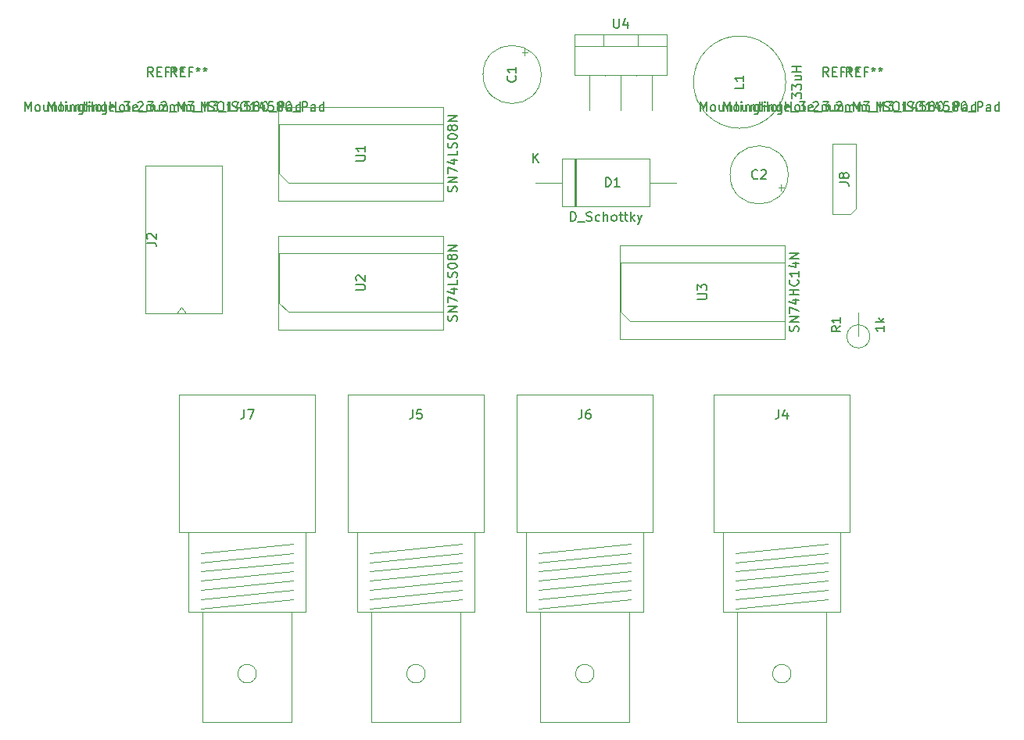
<source format=gbr>
G04 #@! TF.GenerationSoftware,KiCad,Pcbnew,5.1.7-a382d34a8~88~ubuntu20.04.1*
G04 #@! TF.CreationDate,2021-02-17T10:17:34+00:00*
G04 #@! TF.ProjectId,Lcr_addon,4c63725f-6164-4646-9f6e-2e6b69636164,rev?*
G04 #@! TF.SameCoordinates,Original*
G04 #@! TF.FileFunction,Other,Fab,Top*
%FSLAX46Y46*%
G04 Gerber Fmt 4.6, Leading zero omitted, Abs format (unit mm)*
G04 Created by KiCad (PCBNEW 5.1.7-a382d34a8~88~ubuntu20.04.1) date 2021-02-17 10:17:34*
%MOMM*%
%LPD*%
G01*
G04 APERTURE LIST*
%ADD10C,0.100000*%
%ADD11C,0.150000*%
G04 APERTURE END LIST*
D10*
X80682500Y-54243028D02*
X80052500Y-54243028D01*
X80367500Y-53928028D02*
X80367500Y-54558028D01*
X82144000Y-56622000D02*
G75*
G03*
X82144000Y-56622000I-3150000J0D01*
G01*
X39280000Y-82518000D02*
X47580000Y-82518000D01*
X47580000Y-82518000D02*
X47580000Y-66518000D01*
X47580000Y-66518000D02*
X39280000Y-66518000D01*
X39280000Y-66518000D02*
X39280000Y-82518000D01*
X43680000Y-82518000D02*
X43180000Y-81810893D01*
X43180000Y-81810893D02*
X42680000Y-82518000D01*
X85776000Y-52252000D02*
X85776000Y-56652000D01*
X85776000Y-56652000D02*
X95776000Y-56652000D01*
X95776000Y-56652000D02*
X95776000Y-52252000D01*
X95776000Y-52252000D02*
X85776000Y-52252000D01*
X85776000Y-53522000D02*
X95776000Y-53522000D01*
X88926000Y-52252000D02*
X88926000Y-53522000D01*
X92626000Y-52252000D02*
X92626000Y-53522000D01*
X87376000Y-56652000D02*
X87376000Y-60452000D01*
X89076000Y-56652000D02*
X89076000Y-56752000D01*
X90776000Y-56652000D02*
X90776000Y-60452000D01*
X92476000Y-56652000D02*
X92476000Y-56752000D01*
X94176000Y-56652000D02*
X94176000Y-60452000D01*
X108900000Y-67500000D02*
G75*
G03*
X108900000Y-67500000I-3150000J0D01*
G01*
X108443972Y-68873500D02*
X107813972Y-68873500D01*
X108128972Y-69188500D02*
X108128972Y-68558500D01*
X84404000Y-65726000D02*
X84404000Y-70926000D01*
X84404000Y-70926000D02*
X93904000Y-70926000D01*
X93904000Y-70926000D02*
X93904000Y-65726000D01*
X93904000Y-65726000D02*
X84404000Y-65726000D01*
X81534000Y-68326000D02*
X84404000Y-68326000D01*
X96774000Y-68326000D02*
X93904000Y-68326000D01*
X85829000Y-65726000D02*
X85829000Y-70926000D01*
X85929000Y-65726000D02*
X85929000Y-70926000D01*
X85729000Y-65726000D02*
X85729000Y-70926000D01*
X113204000Y-107472000D02*
X103204000Y-108472000D01*
X115554000Y-106172000D02*
X115554000Y-91272000D01*
X100854000Y-106172000D02*
X115554000Y-106172000D01*
X100854000Y-91272000D02*
X100854000Y-106172000D01*
X115554000Y-91272000D02*
X100854000Y-91272000D01*
X114554000Y-114872000D02*
X114554000Y-106172000D01*
X101854000Y-114872000D02*
X114554000Y-114872000D01*
X101854000Y-106172000D02*
X101854000Y-114872000D01*
X113004000Y-126772000D02*
X113004000Y-114872000D01*
X103404000Y-126772000D02*
X113004000Y-126772000D01*
X103404000Y-114872000D02*
X103404000Y-126772000D01*
X109204000Y-121542000D02*
G75*
G03*
X109204000Y-121542000I-1000000J0D01*
G01*
X113204000Y-108472000D02*
X103204000Y-109472000D01*
X113204000Y-109472000D02*
X103204000Y-110472000D01*
X113204000Y-110472000D02*
X103204000Y-111472000D01*
X113204000Y-111472000D02*
X103204000Y-112472000D01*
X113204000Y-112472000D02*
X103204000Y-113472000D01*
X113204000Y-113472000D02*
X103204000Y-114472000D01*
X73580000Y-107472000D02*
X63580000Y-108472000D01*
X75930000Y-106172000D02*
X75930000Y-91272000D01*
X61230000Y-106172000D02*
X75930000Y-106172000D01*
X61230000Y-91272000D02*
X61230000Y-106172000D01*
X75930000Y-91272000D02*
X61230000Y-91272000D01*
X74930000Y-114872000D02*
X74930000Y-106172000D01*
X62230000Y-114872000D02*
X74930000Y-114872000D01*
X62230000Y-106172000D02*
X62230000Y-114872000D01*
X73380000Y-126772000D02*
X73380000Y-114872000D01*
X63780000Y-126772000D02*
X73380000Y-126772000D01*
X63780000Y-114872000D02*
X63780000Y-126772000D01*
X69580000Y-121542000D02*
G75*
G03*
X69580000Y-121542000I-1000000J0D01*
G01*
X73580000Y-108472000D02*
X63580000Y-109472000D01*
X73580000Y-109472000D02*
X63580000Y-110472000D01*
X73580000Y-110472000D02*
X63580000Y-111472000D01*
X73580000Y-111472000D02*
X63580000Y-112472000D01*
X73580000Y-112472000D02*
X63580000Y-113472000D01*
X73580000Y-113472000D02*
X63580000Y-114472000D01*
X91868000Y-113472000D02*
X81868000Y-114472000D01*
X91868000Y-112472000D02*
X81868000Y-113472000D01*
X91868000Y-111472000D02*
X81868000Y-112472000D01*
X91868000Y-110472000D02*
X81868000Y-111472000D01*
X91868000Y-109472000D02*
X81868000Y-110472000D01*
X91868000Y-108472000D02*
X81868000Y-109472000D01*
X87868000Y-121542000D02*
G75*
G03*
X87868000Y-121542000I-1000000J0D01*
G01*
X82068000Y-114872000D02*
X82068000Y-126772000D01*
X82068000Y-126772000D02*
X91668000Y-126772000D01*
X91668000Y-126772000D02*
X91668000Y-114872000D01*
X80518000Y-106172000D02*
X80518000Y-114872000D01*
X80518000Y-114872000D02*
X93218000Y-114872000D01*
X93218000Y-114872000D02*
X93218000Y-106172000D01*
X94218000Y-91272000D02*
X79518000Y-91272000D01*
X79518000Y-91272000D02*
X79518000Y-106172000D01*
X79518000Y-106172000D02*
X94218000Y-106172000D01*
X94218000Y-106172000D02*
X94218000Y-91272000D01*
X91868000Y-107472000D02*
X81868000Y-108472000D01*
X55292000Y-113472000D02*
X45292000Y-114472000D01*
X55292000Y-112472000D02*
X45292000Y-113472000D01*
X55292000Y-111472000D02*
X45292000Y-112472000D01*
X55292000Y-110472000D02*
X45292000Y-111472000D01*
X55292000Y-109472000D02*
X45292000Y-110472000D01*
X55292000Y-108472000D02*
X45292000Y-109472000D01*
X51292000Y-121542000D02*
G75*
G03*
X51292000Y-121542000I-1000000J0D01*
G01*
X45492000Y-114872000D02*
X45492000Y-126772000D01*
X45492000Y-126772000D02*
X55092000Y-126772000D01*
X55092000Y-126772000D02*
X55092000Y-114872000D01*
X43942000Y-106172000D02*
X43942000Y-114872000D01*
X43942000Y-114872000D02*
X56642000Y-114872000D01*
X56642000Y-114872000D02*
X56642000Y-106172000D01*
X57642000Y-91272000D02*
X42942000Y-91272000D01*
X42942000Y-91272000D02*
X42942000Y-106172000D01*
X42942000Y-106172000D02*
X57642000Y-106172000D01*
X57642000Y-106172000D02*
X57642000Y-91272000D01*
X55292000Y-107472000D02*
X45292000Y-108472000D01*
X108632000Y-57444000D02*
G75*
G03*
X108632000Y-57444000I-5000000J0D01*
G01*
X115635000Y-71770000D02*
X113730000Y-71770000D01*
X113730000Y-71770000D02*
X113730000Y-64150000D01*
X113730000Y-64150000D02*
X116270000Y-64150000D01*
X116270000Y-64150000D02*
X116270000Y-71135000D01*
X116270000Y-71135000D02*
X115635000Y-71770000D01*
X117750000Y-85000000D02*
G75*
G03*
X117750000Y-85000000I-1250000J0D01*
G01*
X116500000Y-85000000D02*
X116500000Y-82460000D01*
X53730000Y-67365000D02*
X53730000Y-62015000D01*
X53730000Y-62015000D02*
X71510000Y-62015000D01*
X71510000Y-62015000D02*
X71510000Y-68365000D01*
X71510000Y-68365000D02*
X54730000Y-68365000D01*
X54730000Y-68365000D02*
X53730000Y-67365000D01*
X53670000Y-70270000D02*
X71570000Y-70270000D01*
X71570000Y-70270000D02*
X71570000Y-60110000D01*
X71570000Y-60110000D02*
X53670000Y-60110000D01*
X53670000Y-60110000D02*
X53670000Y-70270000D01*
X53670000Y-74110000D02*
X53670000Y-84270000D01*
X71570000Y-74110000D02*
X53670000Y-74110000D01*
X71570000Y-84270000D02*
X71570000Y-74110000D01*
X53670000Y-84270000D02*
X71570000Y-84270000D01*
X54730000Y-82365000D02*
X53730000Y-81365000D01*
X71510000Y-82365000D02*
X54730000Y-82365000D01*
X71510000Y-76015000D02*
X71510000Y-82365000D01*
X53730000Y-76015000D02*
X71510000Y-76015000D01*
X53730000Y-81365000D02*
X53730000Y-76015000D01*
X90730000Y-82365000D02*
X90730000Y-77015000D01*
X90730000Y-77015000D02*
X108510000Y-77015000D01*
X108510000Y-77015000D02*
X108510000Y-83365000D01*
X108510000Y-83365000D02*
X91730000Y-83365000D01*
X91730000Y-83365000D02*
X90730000Y-82365000D01*
X90670000Y-85270000D02*
X108570000Y-85270000D01*
X108570000Y-85270000D02*
X108570000Y-75110000D01*
X108570000Y-75110000D02*
X90670000Y-75110000D01*
X90670000Y-75110000D02*
X90670000Y-85270000D01*
D11*
X79351142Y-56788666D02*
X79398761Y-56836285D01*
X79446380Y-56979142D01*
X79446380Y-57074380D01*
X79398761Y-57217238D01*
X79303523Y-57312476D01*
X79208285Y-57360095D01*
X79017809Y-57407714D01*
X78874952Y-57407714D01*
X78684476Y-57360095D01*
X78589238Y-57312476D01*
X78494000Y-57217238D01*
X78446380Y-57074380D01*
X78446380Y-56979142D01*
X78494000Y-56836285D01*
X78541619Y-56788666D01*
X79446380Y-55836285D02*
X79446380Y-56407714D01*
X79446380Y-56122000D02*
X78446380Y-56122000D01*
X78589238Y-56217238D01*
X78684476Y-56312476D01*
X78732095Y-56407714D01*
X39432380Y-74851333D02*
X40146666Y-74851333D01*
X40289523Y-74898952D01*
X40384761Y-74994190D01*
X40432380Y-75137047D01*
X40432380Y-75232285D01*
X39527619Y-74422761D02*
X39480000Y-74375142D01*
X39432380Y-74279904D01*
X39432380Y-74041809D01*
X39480000Y-73946571D01*
X39527619Y-73898952D01*
X39622857Y-73851333D01*
X39718095Y-73851333D01*
X39860952Y-73898952D01*
X40432380Y-74470380D01*
X40432380Y-73851333D01*
X101935238Y-60590380D02*
X101935238Y-59590380D01*
X102268571Y-60304666D01*
X102601904Y-59590380D01*
X102601904Y-60590380D01*
X103220952Y-60590380D02*
X103125714Y-60542761D01*
X103078095Y-60495142D01*
X103030476Y-60399904D01*
X103030476Y-60114190D01*
X103078095Y-60018952D01*
X103125714Y-59971333D01*
X103220952Y-59923714D01*
X103363809Y-59923714D01*
X103459047Y-59971333D01*
X103506666Y-60018952D01*
X103554285Y-60114190D01*
X103554285Y-60399904D01*
X103506666Y-60495142D01*
X103459047Y-60542761D01*
X103363809Y-60590380D01*
X103220952Y-60590380D01*
X104411428Y-59923714D02*
X104411428Y-60590380D01*
X103982857Y-59923714D02*
X103982857Y-60447523D01*
X104030476Y-60542761D01*
X104125714Y-60590380D01*
X104268571Y-60590380D01*
X104363809Y-60542761D01*
X104411428Y-60495142D01*
X104887619Y-59923714D02*
X104887619Y-60590380D01*
X104887619Y-60018952D02*
X104935238Y-59971333D01*
X105030476Y-59923714D01*
X105173333Y-59923714D01*
X105268571Y-59971333D01*
X105316190Y-60066571D01*
X105316190Y-60590380D01*
X105649523Y-59923714D02*
X106030476Y-59923714D01*
X105792380Y-59590380D02*
X105792380Y-60447523D01*
X105840000Y-60542761D01*
X105935238Y-60590380D01*
X106030476Y-60590380D01*
X106363809Y-60590380D02*
X106363809Y-59923714D01*
X106363809Y-59590380D02*
X106316190Y-59638000D01*
X106363809Y-59685619D01*
X106411428Y-59638000D01*
X106363809Y-59590380D01*
X106363809Y-59685619D01*
X106839999Y-59923714D02*
X106839999Y-60590380D01*
X106839999Y-60018952D02*
X106887619Y-59971333D01*
X106982857Y-59923714D01*
X107125714Y-59923714D01*
X107220952Y-59971333D01*
X107268571Y-60066571D01*
X107268571Y-60590380D01*
X108173333Y-59923714D02*
X108173333Y-60733238D01*
X108125714Y-60828476D01*
X108078095Y-60876095D01*
X107982857Y-60923714D01*
X107839999Y-60923714D01*
X107744761Y-60876095D01*
X108173333Y-60542761D02*
X108078095Y-60590380D01*
X107887619Y-60590380D01*
X107792380Y-60542761D01*
X107744761Y-60495142D01*
X107697142Y-60399904D01*
X107697142Y-60114190D01*
X107744761Y-60018952D01*
X107792380Y-59971333D01*
X107887619Y-59923714D01*
X108078095Y-59923714D01*
X108173333Y-59971333D01*
X108649523Y-60590380D02*
X108649523Y-59590380D01*
X108649523Y-60066571D02*
X109220952Y-60066571D01*
X109220952Y-60590380D02*
X109220952Y-59590380D01*
X109839999Y-60590380D02*
X109744761Y-60542761D01*
X109697142Y-60495142D01*
X109649523Y-60399904D01*
X109649523Y-60114190D01*
X109697142Y-60018952D01*
X109744761Y-59971333D01*
X109839999Y-59923714D01*
X109982857Y-59923714D01*
X110078095Y-59971333D01*
X110125714Y-60018952D01*
X110173333Y-60114190D01*
X110173333Y-60399904D01*
X110125714Y-60495142D01*
X110078095Y-60542761D01*
X109982857Y-60590380D01*
X109839999Y-60590380D01*
X110744761Y-60590380D02*
X110649523Y-60542761D01*
X110601904Y-60447523D01*
X110601904Y-59590380D01*
X111506666Y-60542761D02*
X111411428Y-60590380D01*
X111220952Y-60590380D01*
X111125714Y-60542761D01*
X111078095Y-60447523D01*
X111078095Y-60066571D01*
X111125714Y-59971333D01*
X111220952Y-59923714D01*
X111411428Y-59923714D01*
X111506666Y-59971333D01*
X111554285Y-60066571D01*
X111554285Y-60161809D01*
X111078095Y-60257047D01*
X111744761Y-60685619D02*
X112506666Y-60685619D01*
X112649523Y-59590380D02*
X113268571Y-59590380D01*
X112935238Y-59971333D01*
X113078095Y-59971333D01*
X113173333Y-60018952D01*
X113220952Y-60066571D01*
X113268571Y-60161809D01*
X113268571Y-60399904D01*
X113220952Y-60495142D01*
X113173333Y-60542761D01*
X113078095Y-60590380D01*
X112792380Y-60590380D01*
X112697142Y-60542761D01*
X112649523Y-60495142D01*
X113697142Y-60495142D02*
X113744761Y-60542761D01*
X113697142Y-60590380D01*
X113649523Y-60542761D01*
X113697142Y-60495142D01*
X113697142Y-60590380D01*
X114125714Y-59685619D02*
X114173333Y-59638000D01*
X114268571Y-59590380D01*
X114506666Y-59590380D01*
X114601904Y-59638000D01*
X114649523Y-59685619D01*
X114697142Y-59780857D01*
X114697142Y-59876095D01*
X114649523Y-60018952D01*
X114078095Y-60590380D01*
X114697142Y-60590380D01*
X115125714Y-60590380D02*
X115125714Y-59923714D01*
X115125714Y-60018952D02*
X115173333Y-59971333D01*
X115268571Y-59923714D01*
X115411428Y-59923714D01*
X115506666Y-59971333D01*
X115554285Y-60066571D01*
X115554285Y-60590380D01*
X115554285Y-60066571D02*
X115601904Y-59971333D01*
X115697142Y-59923714D01*
X115839999Y-59923714D01*
X115935238Y-59971333D01*
X115982857Y-60066571D01*
X115982857Y-60590380D01*
X116459047Y-60590380D02*
X116459047Y-59923714D01*
X116459047Y-60018952D02*
X116506666Y-59971333D01*
X116601904Y-59923714D01*
X116744761Y-59923714D01*
X116839999Y-59971333D01*
X116887619Y-60066571D01*
X116887619Y-60590380D01*
X116887619Y-60066571D02*
X116935238Y-59971333D01*
X117030476Y-59923714D01*
X117173333Y-59923714D01*
X117268571Y-59971333D01*
X117316190Y-60066571D01*
X117316190Y-60590380D01*
X117554285Y-60685619D02*
X118316190Y-60685619D01*
X118554285Y-60590380D02*
X118554285Y-59590380D01*
X118887619Y-60304666D01*
X119220952Y-59590380D01*
X119220952Y-60590380D01*
X119601904Y-59590380D02*
X120220952Y-59590380D01*
X119887619Y-59971333D01*
X120030476Y-59971333D01*
X120125714Y-60018952D01*
X120173333Y-60066571D01*
X120220952Y-60161809D01*
X120220952Y-60399904D01*
X120173333Y-60495142D01*
X120125714Y-60542761D01*
X120030476Y-60590380D01*
X119744761Y-60590380D01*
X119649523Y-60542761D01*
X119601904Y-60495142D01*
X120411428Y-60685619D02*
X121173333Y-60685619D01*
X121411428Y-60590380D02*
X121411428Y-59590380D01*
X121839999Y-60542761D02*
X121982857Y-60590380D01*
X122220952Y-60590380D01*
X122316190Y-60542761D01*
X122363809Y-60495142D01*
X122411428Y-60399904D01*
X122411428Y-60304666D01*
X122363809Y-60209428D01*
X122316190Y-60161809D01*
X122220952Y-60114190D01*
X122030476Y-60066571D01*
X121935238Y-60018952D01*
X121887619Y-59971333D01*
X121839999Y-59876095D01*
X121839999Y-59780857D01*
X121887619Y-59685619D01*
X121935238Y-59638000D01*
X122030476Y-59590380D01*
X122268571Y-59590380D01*
X122411428Y-59638000D01*
X123030476Y-59590380D02*
X123220952Y-59590380D01*
X123316190Y-59638000D01*
X123411428Y-59733238D01*
X123459047Y-59923714D01*
X123459047Y-60257047D01*
X123411428Y-60447523D01*
X123316190Y-60542761D01*
X123220952Y-60590380D01*
X123030476Y-60590380D01*
X122935238Y-60542761D01*
X122839999Y-60447523D01*
X122792380Y-60257047D01*
X122792380Y-59923714D01*
X122839999Y-59733238D01*
X122935238Y-59638000D01*
X123030476Y-59590380D01*
X124411428Y-60590380D02*
X123839999Y-60590380D01*
X124125714Y-60590380D02*
X124125714Y-59590380D01*
X124030476Y-59733238D01*
X123935238Y-59828476D01*
X123839999Y-59876095D01*
X125268571Y-59923714D02*
X125268571Y-60590380D01*
X125030476Y-59542761D02*
X124792380Y-60257047D01*
X125411428Y-60257047D01*
X126268571Y-59590380D02*
X125792380Y-59590380D01*
X125744761Y-60066571D01*
X125792380Y-60018952D01*
X125887619Y-59971333D01*
X126125714Y-59971333D01*
X126220952Y-60018952D01*
X126268571Y-60066571D01*
X126316190Y-60161809D01*
X126316190Y-60399904D01*
X126268571Y-60495142D01*
X126220952Y-60542761D01*
X126125714Y-60590380D01*
X125887619Y-60590380D01*
X125792380Y-60542761D01*
X125744761Y-60495142D01*
X126887619Y-60018952D02*
X126792380Y-59971333D01*
X126744761Y-59923714D01*
X126697142Y-59828476D01*
X126697142Y-59780857D01*
X126744761Y-59685619D01*
X126792380Y-59638000D01*
X126887619Y-59590380D01*
X127078095Y-59590380D01*
X127173333Y-59638000D01*
X127220952Y-59685619D01*
X127268571Y-59780857D01*
X127268571Y-59828476D01*
X127220952Y-59923714D01*
X127173333Y-59971333D01*
X127078095Y-60018952D01*
X126887619Y-60018952D01*
X126792380Y-60066571D01*
X126744761Y-60114190D01*
X126697142Y-60209428D01*
X126697142Y-60399904D01*
X126744761Y-60495142D01*
X126792380Y-60542761D01*
X126887619Y-60590380D01*
X127078095Y-60590380D01*
X127173333Y-60542761D01*
X127220952Y-60495142D01*
X127268571Y-60399904D01*
X127268571Y-60209428D01*
X127220952Y-60114190D01*
X127173333Y-60066571D01*
X127078095Y-60018952D01*
X127887619Y-59590380D02*
X127982857Y-59590380D01*
X128078095Y-59638000D01*
X128125714Y-59685619D01*
X128173333Y-59780857D01*
X128220952Y-59971333D01*
X128220952Y-60209428D01*
X128173333Y-60399904D01*
X128125714Y-60495142D01*
X128078095Y-60542761D01*
X127982857Y-60590380D01*
X127887619Y-60590380D01*
X127792380Y-60542761D01*
X127744761Y-60495142D01*
X127697142Y-60399904D01*
X127649523Y-60209428D01*
X127649523Y-59971333D01*
X127697142Y-59780857D01*
X127744761Y-59685619D01*
X127792380Y-59638000D01*
X127887619Y-59590380D01*
X128411428Y-60685619D02*
X129173333Y-60685619D01*
X129411428Y-60590380D02*
X129411428Y-59590380D01*
X129792380Y-59590380D01*
X129887619Y-59638000D01*
X129935238Y-59685619D01*
X129982857Y-59780857D01*
X129982857Y-59923714D01*
X129935238Y-60018952D01*
X129887619Y-60066571D01*
X129792380Y-60114190D01*
X129411428Y-60114190D01*
X130839999Y-60590380D02*
X130839999Y-60066571D01*
X130792380Y-59971333D01*
X130697142Y-59923714D01*
X130506666Y-59923714D01*
X130411428Y-59971333D01*
X130839999Y-60542761D02*
X130744761Y-60590380D01*
X130506666Y-60590380D01*
X130411428Y-60542761D01*
X130363809Y-60447523D01*
X130363809Y-60352285D01*
X130411428Y-60257047D01*
X130506666Y-60209428D01*
X130744761Y-60209428D01*
X130839999Y-60161809D01*
X131744761Y-60590380D02*
X131744761Y-59590380D01*
X131744761Y-60542761D02*
X131649523Y-60590380D01*
X131459047Y-60590380D01*
X131363809Y-60542761D01*
X131316190Y-60495142D01*
X131268571Y-60399904D01*
X131268571Y-60114190D01*
X131316190Y-60018952D01*
X131363809Y-59971333D01*
X131459047Y-59923714D01*
X131649523Y-59923714D01*
X131744761Y-59971333D01*
X115806666Y-56840380D02*
X115473333Y-56364190D01*
X115235238Y-56840380D02*
X115235238Y-55840380D01*
X115616190Y-55840380D01*
X115711428Y-55888000D01*
X115759047Y-55935619D01*
X115806666Y-56030857D01*
X115806666Y-56173714D01*
X115759047Y-56268952D01*
X115711428Y-56316571D01*
X115616190Y-56364190D01*
X115235238Y-56364190D01*
X116235238Y-56316571D02*
X116568571Y-56316571D01*
X116711428Y-56840380D02*
X116235238Y-56840380D01*
X116235238Y-55840380D01*
X116711428Y-55840380D01*
X117473333Y-56316571D02*
X117140000Y-56316571D01*
X117140000Y-56840380D02*
X117140000Y-55840380D01*
X117616190Y-55840380D01*
X118140000Y-55840380D02*
X118140000Y-56078476D01*
X117901904Y-55983238D02*
X118140000Y-56078476D01*
X118378095Y-55983238D01*
X117997142Y-56268952D02*
X118140000Y-56078476D01*
X118282857Y-56268952D01*
X118901904Y-55840380D02*
X118901904Y-56078476D01*
X118663809Y-55983238D02*
X118901904Y-56078476D01*
X119140000Y-55983238D01*
X118759047Y-56268952D02*
X118901904Y-56078476D01*
X119044761Y-56268952D01*
X99395238Y-60590380D02*
X99395238Y-59590380D01*
X99728571Y-60304666D01*
X100061904Y-59590380D01*
X100061904Y-60590380D01*
X100680952Y-60590380D02*
X100585714Y-60542761D01*
X100538095Y-60495142D01*
X100490476Y-60399904D01*
X100490476Y-60114190D01*
X100538095Y-60018952D01*
X100585714Y-59971333D01*
X100680952Y-59923714D01*
X100823809Y-59923714D01*
X100919047Y-59971333D01*
X100966666Y-60018952D01*
X101014285Y-60114190D01*
X101014285Y-60399904D01*
X100966666Y-60495142D01*
X100919047Y-60542761D01*
X100823809Y-60590380D01*
X100680952Y-60590380D01*
X101871428Y-59923714D02*
X101871428Y-60590380D01*
X101442857Y-59923714D02*
X101442857Y-60447523D01*
X101490476Y-60542761D01*
X101585714Y-60590380D01*
X101728571Y-60590380D01*
X101823809Y-60542761D01*
X101871428Y-60495142D01*
X102347619Y-59923714D02*
X102347619Y-60590380D01*
X102347619Y-60018952D02*
X102395238Y-59971333D01*
X102490476Y-59923714D01*
X102633333Y-59923714D01*
X102728571Y-59971333D01*
X102776190Y-60066571D01*
X102776190Y-60590380D01*
X103109523Y-59923714D02*
X103490476Y-59923714D01*
X103252380Y-59590380D02*
X103252380Y-60447523D01*
X103300000Y-60542761D01*
X103395238Y-60590380D01*
X103490476Y-60590380D01*
X103823809Y-60590380D02*
X103823809Y-59923714D01*
X103823809Y-59590380D02*
X103776190Y-59638000D01*
X103823809Y-59685619D01*
X103871428Y-59638000D01*
X103823809Y-59590380D01*
X103823809Y-59685619D01*
X104299999Y-59923714D02*
X104299999Y-60590380D01*
X104299999Y-60018952D02*
X104347619Y-59971333D01*
X104442857Y-59923714D01*
X104585714Y-59923714D01*
X104680952Y-59971333D01*
X104728571Y-60066571D01*
X104728571Y-60590380D01*
X105633333Y-59923714D02*
X105633333Y-60733238D01*
X105585714Y-60828476D01*
X105538095Y-60876095D01*
X105442857Y-60923714D01*
X105299999Y-60923714D01*
X105204761Y-60876095D01*
X105633333Y-60542761D02*
X105538095Y-60590380D01*
X105347619Y-60590380D01*
X105252380Y-60542761D01*
X105204761Y-60495142D01*
X105157142Y-60399904D01*
X105157142Y-60114190D01*
X105204761Y-60018952D01*
X105252380Y-59971333D01*
X105347619Y-59923714D01*
X105538095Y-59923714D01*
X105633333Y-59971333D01*
X106109523Y-60590380D02*
X106109523Y-59590380D01*
X106109523Y-60066571D02*
X106680952Y-60066571D01*
X106680952Y-60590380D02*
X106680952Y-59590380D01*
X107299999Y-60590380D02*
X107204761Y-60542761D01*
X107157142Y-60495142D01*
X107109523Y-60399904D01*
X107109523Y-60114190D01*
X107157142Y-60018952D01*
X107204761Y-59971333D01*
X107299999Y-59923714D01*
X107442857Y-59923714D01*
X107538095Y-59971333D01*
X107585714Y-60018952D01*
X107633333Y-60114190D01*
X107633333Y-60399904D01*
X107585714Y-60495142D01*
X107538095Y-60542761D01*
X107442857Y-60590380D01*
X107299999Y-60590380D01*
X108204761Y-60590380D02*
X108109523Y-60542761D01*
X108061904Y-60447523D01*
X108061904Y-59590380D01*
X108966666Y-60542761D02*
X108871428Y-60590380D01*
X108680952Y-60590380D01*
X108585714Y-60542761D01*
X108538095Y-60447523D01*
X108538095Y-60066571D01*
X108585714Y-59971333D01*
X108680952Y-59923714D01*
X108871428Y-59923714D01*
X108966666Y-59971333D01*
X109014285Y-60066571D01*
X109014285Y-60161809D01*
X108538095Y-60257047D01*
X109204761Y-60685619D02*
X109966666Y-60685619D01*
X110109523Y-59590380D02*
X110728571Y-59590380D01*
X110395238Y-59971333D01*
X110538095Y-59971333D01*
X110633333Y-60018952D01*
X110680952Y-60066571D01*
X110728571Y-60161809D01*
X110728571Y-60399904D01*
X110680952Y-60495142D01*
X110633333Y-60542761D01*
X110538095Y-60590380D01*
X110252380Y-60590380D01*
X110157142Y-60542761D01*
X110109523Y-60495142D01*
X111157142Y-60495142D02*
X111204761Y-60542761D01*
X111157142Y-60590380D01*
X111109523Y-60542761D01*
X111157142Y-60495142D01*
X111157142Y-60590380D01*
X111585714Y-59685619D02*
X111633333Y-59638000D01*
X111728571Y-59590380D01*
X111966666Y-59590380D01*
X112061904Y-59638000D01*
X112109523Y-59685619D01*
X112157142Y-59780857D01*
X112157142Y-59876095D01*
X112109523Y-60018952D01*
X111538095Y-60590380D01*
X112157142Y-60590380D01*
X112585714Y-60590380D02*
X112585714Y-59923714D01*
X112585714Y-60018952D02*
X112633333Y-59971333D01*
X112728571Y-59923714D01*
X112871428Y-59923714D01*
X112966666Y-59971333D01*
X113014285Y-60066571D01*
X113014285Y-60590380D01*
X113014285Y-60066571D02*
X113061904Y-59971333D01*
X113157142Y-59923714D01*
X113299999Y-59923714D01*
X113395238Y-59971333D01*
X113442857Y-60066571D01*
X113442857Y-60590380D01*
X113919047Y-60590380D02*
X113919047Y-59923714D01*
X113919047Y-60018952D02*
X113966666Y-59971333D01*
X114061904Y-59923714D01*
X114204761Y-59923714D01*
X114299999Y-59971333D01*
X114347619Y-60066571D01*
X114347619Y-60590380D01*
X114347619Y-60066571D02*
X114395238Y-59971333D01*
X114490476Y-59923714D01*
X114633333Y-59923714D01*
X114728571Y-59971333D01*
X114776190Y-60066571D01*
X114776190Y-60590380D01*
X115014285Y-60685619D02*
X115776190Y-60685619D01*
X116014285Y-60590380D02*
X116014285Y-59590380D01*
X116347619Y-60304666D01*
X116680952Y-59590380D01*
X116680952Y-60590380D01*
X117061904Y-59590380D02*
X117680952Y-59590380D01*
X117347619Y-59971333D01*
X117490476Y-59971333D01*
X117585714Y-60018952D01*
X117633333Y-60066571D01*
X117680952Y-60161809D01*
X117680952Y-60399904D01*
X117633333Y-60495142D01*
X117585714Y-60542761D01*
X117490476Y-60590380D01*
X117204761Y-60590380D01*
X117109523Y-60542761D01*
X117061904Y-60495142D01*
X117871428Y-60685619D02*
X118633333Y-60685619D01*
X118871428Y-60590380D02*
X118871428Y-59590380D01*
X119299999Y-60542761D02*
X119442857Y-60590380D01*
X119680952Y-60590380D01*
X119776190Y-60542761D01*
X119823809Y-60495142D01*
X119871428Y-60399904D01*
X119871428Y-60304666D01*
X119823809Y-60209428D01*
X119776190Y-60161809D01*
X119680952Y-60114190D01*
X119490476Y-60066571D01*
X119395238Y-60018952D01*
X119347619Y-59971333D01*
X119299999Y-59876095D01*
X119299999Y-59780857D01*
X119347619Y-59685619D01*
X119395238Y-59638000D01*
X119490476Y-59590380D01*
X119728571Y-59590380D01*
X119871428Y-59638000D01*
X120490476Y-59590380D02*
X120680952Y-59590380D01*
X120776190Y-59638000D01*
X120871428Y-59733238D01*
X120919047Y-59923714D01*
X120919047Y-60257047D01*
X120871428Y-60447523D01*
X120776190Y-60542761D01*
X120680952Y-60590380D01*
X120490476Y-60590380D01*
X120395238Y-60542761D01*
X120299999Y-60447523D01*
X120252380Y-60257047D01*
X120252380Y-59923714D01*
X120299999Y-59733238D01*
X120395238Y-59638000D01*
X120490476Y-59590380D01*
X121871428Y-60590380D02*
X121299999Y-60590380D01*
X121585714Y-60590380D02*
X121585714Y-59590380D01*
X121490476Y-59733238D01*
X121395238Y-59828476D01*
X121299999Y-59876095D01*
X122728571Y-59923714D02*
X122728571Y-60590380D01*
X122490476Y-59542761D02*
X122252380Y-60257047D01*
X122871428Y-60257047D01*
X123728571Y-59590380D02*
X123252380Y-59590380D01*
X123204761Y-60066571D01*
X123252380Y-60018952D01*
X123347619Y-59971333D01*
X123585714Y-59971333D01*
X123680952Y-60018952D01*
X123728571Y-60066571D01*
X123776190Y-60161809D01*
X123776190Y-60399904D01*
X123728571Y-60495142D01*
X123680952Y-60542761D01*
X123585714Y-60590380D01*
X123347619Y-60590380D01*
X123252380Y-60542761D01*
X123204761Y-60495142D01*
X124347619Y-60018952D02*
X124252380Y-59971333D01*
X124204761Y-59923714D01*
X124157142Y-59828476D01*
X124157142Y-59780857D01*
X124204761Y-59685619D01*
X124252380Y-59638000D01*
X124347619Y-59590380D01*
X124538095Y-59590380D01*
X124633333Y-59638000D01*
X124680952Y-59685619D01*
X124728571Y-59780857D01*
X124728571Y-59828476D01*
X124680952Y-59923714D01*
X124633333Y-59971333D01*
X124538095Y-60018952D01*
X124347619Y-60018952D01*
X124252380Y-60066571D01*
X124204761Y-60114190D01*
X124157142Y-60209428D01*
X124157142Y-60399904D01*
X124204761Y-60495142D01*
X124252380Y-60542761D01*
X124347619Y-60590380D01*
X124538095Y-60590380D01*
X124633333Y-60542761D01*
X124680952Y-60495142D01*
X124728571Y-60399904D01*
X124728571Y-60209428D01*
X124680952Y-60114190D01*
X124633333Y-60066571D01*
X124538095Y-60018952D01*
X125347619Y-59590380D02*
X125442857Y-59590380D01*
X125538095Y-59638000D01*
X125585714Y-59685619D01*
X125633333Y-59780857D01*
X125680952Y-59971333D01*
X125680952Y-60209428D01*
X125633333Y-60399904D01*
X125585714Y-60495142D01*
X125538095Y-60542761D01*
X125442857Y-60590380D01*
X125347619Y-60590380D01*
X125252380Y-60542761D01*
X125204761Y-60495142D01*
X125157142Y-60399904D01*
X125109523Y-60209428D01*
X125109523Y-59971333D01*
X125157142Y-59780857D01*
X125204761Y-59685619D01*
X125252380Y-59638000D01*
X125347619Y-59590380D01*
X125871428Y-60685619D02*
X126633333Y-60685619D01*
X126871428Y-60590380D02*
X126871428Y-59590380D01*
X127252380Y-59590380D01*
X127347619Y-59638000D01*
X127395238Y-59685619D01*
X127442857Y-59780857D01*
X127442857Y-59923714D01*
X127395238Y-60018952D01*
X127347619Y-60066571D01*
X127252380Y-60114190D01*
X126871428Y-60114190D01*
X128299999Y-60590380D02*
X128299999Y-60066571D01*
X128252380Y-59971333D01*
X128157142Y-59923714D01*
X127966666Y-59923714D01*
X127871428Y-59971333D01*
X128299999Y-60542761D02*
X128204761Y-60590380D01*
X127966666Y-60590380D01*
X127871428Y-60542761D01*
X127823809Y-60447523D01*
X127823809Y-60352285D01*
X127871428Y-60257047D01*
X127966666Y-60209428D01*
X128204761Y-60209428D01*
X128299999Y-60161809D01*
X129204761Y-60590380D02*
X129204761Y-59590380D01*
X129204761Y-60542761D02*
X129109523Y-60590380D01*
X128919047Y-60590380D01*
X128823809Y-60542761D01*
X128776190Y-60495142D01*
X128728571Y-60399904D01*
X128728571Y-60114190D01*
X128776190Y-60018952D01*
X128823809Y-59971333D01*
X128919047Y-59923714D01*
X129109523Y-59923714D01*
X129204761Y-59971333D01*
X113266666Y-56840380D02*
X112933333Y-56364190D01*
X112695238Y-56840380D02*
X112695238Y-55840380D01*
X113076190Y-55840380D01*
X113171428Y-55888000D01*
X113219047Y-55935619D01*
X113266666Y-56030857D01*
X113266666Y-56173714D01*
X113219047Y-56268952D01*
X113171428Y-56316571D01*
X113076190Y-56364190D01*
X112695238Y-56364190D01*
X113695238Y-56316571D02*
X114028571Y-56316571D01*
X114171428Y-56840380D02*
X113695238Y-56840380D01*
X113695238Y-55840380D01*
X114171428Y-55840380D01*
X114933333Y-56316571D02*
X114600000Y-56316571D01*
X114600000Y-56840380D02*
X114600000Y-55840380D01*
X115076190Y-55840380D01*
X115600000Y-55840380D02*
X115600000Y-56078476D01*
X115361904Y-55983238D02*
X115600000Y-56078476D01*
X115838095Y-55983238D01*
X115457142Y-56268952D02*
X115600000Y-56078476D01*
X115742857Y-56268952D01*
X116361904Y-55840380D02*
X116361904Y-56078476D01*
X116123809Y-55983238D02*
X116361904Y-56078476D01*
X116600000Y-55983238D01*
X116219047Y-56268952D02*
X116361904Y-56078476D01*
X116504761Y-56268952D01*
X28783238Y-60590380D02*
X28783238Y-59590380D01*
X29116571Y-60304666D01*
X29449904Y-59590380D01*
X29449904Y-60590380D01*
X30068952Y-60590380D02*
X29973714Y-60542761D01*
X29926095Y-60495142D01*
X29878476Y-60399904D01*
X29878476Y-60114190D01*
X29926095Y-60018952D01*
X29973714Y-59971333D01*
X30068952Y-59923714D01*
X30211809Y-59923714D01*
X30307047Y-59971333D01*
X30354666Y-60018952D01*
X30402285Y-60114190D01*
X30402285Y-60399904D01*
X30354666Y-60495142D01*
X30307047Y-60542761D01*
X30211809Y-60590380D01*
X30068952Y-60590380D01*
X31259428Y-59923714D02*
X31259428Y-60590380D01*
X30830857Y-59923714D02*
X30830857Y-60447523D01*
X30878476Y-60542761D01*
X30973714Y-60590380D01*
X31116571Y-60590380D01*
X31211809Y-60542761D01*
X31259428Y-60495142D01*
X31735619Y-59923714D02*
X31735619Y-60590380D01*
X31735619Y-60018952D02*
X31783238Y-59971333D01*
X31878476Y-59923714D01*
X32021333Y-59923714D01*
X32116571Y-59971333D01*
X32164190Y-60066571D01*
X32164190Y-60590380D01*
X32497523Y-59923714D02*
X32878476Y-59923714D01*
X32640380Y-59590380D02*
X32640380Y-60447523D01*
X32688000Y-60542761D01*
X32783238Y-60590380D01*
X32878476Y-60590380D01*
X33211809Y-60590380D02*
X33211809Y-59923714D01*
X33211809Y-59590380D02*
X33164190Y-59638000D01*
X33211809Y-59685619D01*
X33259428Y-59638000D01*
X33211809Y-59590380D01*
X33211809Y-59685619D01*
X33688000Y-59923714D02*
X33688000Y-60590380D01*
X33688000Y-60018952D02*
X33735619Y-59971333D01*
X33830857Y-59923714D01*
X33973714Y-59923714D01*
X34068952Y-59971333D01*
X34116571Y-60066571D01*
X34116571Y-60590380D01*
X35021333Y-59923714D02*
X35021333Y-60733238D01*
X34973714Y-60828476D01*
X34926095Y-60876095D01*
X34830857Y-60923714D01*
X34688000Y-60923714D01*
X34592761Y-60876095D01*
X35021333Y-60542761D02*
X34926095Y-60590380D01*
X34735619Y-60590380D01*
X34640380Y-60542761D01*
X34592761Y-60495142D01*
X34545142Y-60399904D01*
X34545142Y-60114190D01*
X34592761Y-60018952D01*
X34640380Y-59971333D01*
X34735619Y-59923714D01*
X34926095Y-59923714D01*
X35021333Y-59971333D01*
X35497523Y-60590380D02*
X35497523Y-59590380D01*
X35497523Y-60066571D02*
X36068952Y-60066571D01*
X36068952Y-60590380D02*
X36068952Y-59590380D01*
X36688000Y-60590380D02*
X36592761Y-60542761D01*
X36545142Y-60495142D01*
X36497523Y-60399904D01*
X36497523Y-60114190D01*
X36545142Y-60018952D01*
X36592761Y-59971333D01*
X36688000Y-59923714D01*
X36830857Y-59923714D01*
X36926095Y-59971333D01*
X36973714Y-60018952D01*
X37021333Y-60114190D01*
X37021333Y-60399904D01*
X36973714Y-60495142D01*
X36926095Y-60542761D01*
X36830857Y-60590380D01*
X36688000Y-60590380D01*
X37592761Y-60590380D02*
X37497523Y-60542761D01*
X37449904Y-60447523D01*
X37449904Y-59590380D01*
X38354666Y-60542761D02*
X38259428Y-60590380D01*
X38068952Y-60590380D01*
X37973714Y-60542761D01*
X37926095Y-60447523D01*
X37926095Y-60066571D01*
X37973714Y-59971333D01*
X38068952Y-59923714D01*
X38259428Y-59923714D01*
X38354666Y-59971333D01*
X38402285Y-60066571D01*
X38402285Y-60161809D01*
X37926095Y-60257047D01*
X38592761Y-60685619D02*
X39354666Y-60685619D01*
X39497523Y-59590380D02*
X40116571Y-59590380D01*
X39783238Y-59971333D01*
X39926095Y-59971333D01*
X40021333Y-60018952D01*
X40068952Y-60066571D01*
X40116571Y-60161809D01*
X40116571Y-60399904D01*
X40068952Y-60495142D01*
X40021333Y-60542761D01*
X39926095Y-60590380D01*
X39640380Y-60590380D01*
X39545142Y-60542761D01*
X39497523Y-60495142D01*
X40545142Y-60495142D02*
X40592761Y-60542761D01*
X40545142Y-60590380D01*
X40497523Y-60542761D01*
X40545142Y-60495142D01*
X40545142Y-60590380D01*
X40973714Y-59685619D02*
X41021333Y-59638000D01*
X41116571Y-59590380D01*
X41354666Y-59590380D01*
X41449904Y-59638000D01*
X41497523Y-59685619D01*
X41545142Y-59780857D01*
X41545142Y-59876095D01*
X41497523Y-60018952D01*
X40926095Y-60590380D01*
X41545142Y-60590380D01*
X41973714Y-60590380D02*
X41973714Y-59923714D01*
X41973714Y-60018952D02*
X42021333Y-59971333D01*
X42116571Y-59923714D01*
X42259428Y-59923714D01*
X42354666Y-59971333D01*
X42402285Y-60066571D01*
X42402285Y-60590380D01*
X42402285Y-60066571D02*
X42449904Y-59971333D01*
X42545142Y-59923714D01*
X42687999Y-59923714D01*
X42783238Y-59971333D01*
X42830857Y-60066571D01*
X42830857Y-60590380D01*
X43307047Y-60590380D02*
X43307047Y-59923714D01*
X43307047Y-60018952D02*
X43354666Y-59971333D01*
X43449904Y-59923714D01*
X43592761Y-59923714D01*
X43688000Y-59971333D01*
X43735619Y-60066571D01*
X43735619Y-60590380D01*
X43735619Y-60066571D02*
X43783238Y-59971333D01*
X43878476Y-59923714D01*
X44021333Y-59923714D01*
X44116571Y-59971333D01*
X44164190Y-60066571D01*
X44164190Y-60590380D01*
X44402285Y-60685619D02*
X45164190Y-60685619D01*
X45402285Y-60590380D02*
X45402285Y-59590380D01*
X45735619Y-60304666D01*
X46068952Y-59590380D01*
X46068952Y-60590380D01*
X46449904Y-59590380D02*
X47068952Y-59590380D01*
X46735619Y-59971333D01*
X46878476Y-59971333D01*
X46973714Y-60018952D01*
X47021333Y-60066571D01*
X47068952Y-60161809D01*
X47068952Y-60399904D01*
X47021333Y-60495142D01*
X46973714Y-60542761D01*
X46878476Y-60590380D01*
X46592761Y-60590380D01*
X46497523Y-60542761D01*
X46449904Y-60495142D01*
X47259428Y-60685619D02*
X48021333Y-60685619D01*
X48259428Y-60590380D02*
X48259428Y-59590380D01*
X48688000Y-60542761D02*
X48830857Y-60590380D01*
X49068952Y-60590380D01*
X49164190Y-60542761D01*
X49211809Y-60495142D01*
X49259428Y-60399904D01*
X49259428Y-60304666D01*
X49211809Y-60209428D01*
X49164190Y-60161809D01*
X49068952Y-60114190D01*
X48878476Y-60066571D01*
X48783238Y-60018952D01*
X48735619Y-59971333D01*
X48688000Y-59876095D01*
X48688000Y-59780857D01*
X48735619Y-59685619D01*
X48783238Y-59638000D01*
X48878476Y-59590380D01*
X49116571Y-59590380D01*
X49259428Y-59638000D01*
X49878476Y-59590380D02*
X50068952Y-59590380D01*
X50164190Y-59638000D01*
X50259428Y-59733238D01*
X50307047Y-59923714D01*
X50307047Y-60257047D01*
X50259428Y-60447523D01*
X50164190Y-60542761D01*
X50068952Y-60590380D01*
X49878476Y-60590380D01*
X49783238Y-60542761D01*
X49688000Y-60447523D01*
X49640380Y-60257047D01*
X49640380Y-59923714D01*
X49688000Y-59733238D01*
X49783238Y-59638000D01*
X49878476Y-59590380D01*
X51259428Y-60590380D02*
X50688000Y-60590380D01*
X50973714Y-60590380D02*
X50973714Y-59590380D01*
X50878476Y-59733238D01*
X50783238Y-59828476D01*
X50688000Y-59876095D01*
X52116571Y-59923714D02*
X52116571Y-60590380D01*
X51878476Y-59542761D02*
X51640380Y-60257047D01*
X52259428Y-60257047D01*
X53116571Y-59590380D02*
X52640380Y-59590380D01*
X52592761Y-60066571D01*
X52640380Y-60018952D01*
X52735619Y-59971333D01*
X52973714Y-59971333D01*
X53068952Y-60018952D01*
X53116571Y-60066571D01*
X53164190Y-60161809D01*
X53164190Y-60399904D01*
X53116571Y-60495142D01*
X53068952Y-60542761D01*
X52973714Y-60590380D01*
X52735619Y-60590380D01*
X52640380Y-60542761D01*
X52592761Y-60495142D01*
X53735619Y-60018952D02*
X53640380Y-59971333D01*
X53592761Y-59923714D01*
X53545142Y-59828476D01*
X53545142Y-59780857D01*
X53592761Y-59685619D01*
X53640380Y-59638000D01*
X53735619Y-59590380D01*
X53926095Y-59590380D01*
X54021333Y-59638000D01*
X54068952Y-59685619D01*
X54116571Y-59780857D01*
X54116571Y-59828476D01*
X54068952Y-59923714D01*
X54021333Y-59971333D01*
X53926095Y-60018952D01*
X53735619Y-60018952D01*
X53640380Y-60066571D01*
X53592761Y-60114190D01*
X53545142Y-60209428D01*
X53545142Y-60399904D01*
X53592761Y-60495142D01*
X53640380Y-60542761D01*
X53735619Y-60590380D01*
X53926095Y-60590380D01*
X54021333Y-60542761D01*
X54068952Y-60495142D01*
X54116571Y-60399904D01*
X54116571Y-60209428D01*
X54068952Y-60114190D01*
X54021333Y-60066571D01*
X53926095Y-60018952D01*
X54735619Y-59590380D02*
X54830857Y-59590380D01*
X54926095Y-59638000D01*
X54973714Y-59685619D01*
X55021333Y-59780857D01*
X55068952Y-59971333D01*
X55068952Y-60209428D01*
X55021333Y-60399904D01*
X54973714Y-60495142D01*
X54926095Y-60542761D01*
X54830857Y-60590380D01*
X54735619Y-60590380D01*
X54640380Y-60542761D01*
X54592761Y-60495142D01*
X54545142Y-60399904D01*
X54497523Y-60209428D01*
X54497523Y-59971333D01*
X54545142Y-59780857D01*
X54592761Y-59685619D01*
X54640380Y-59638000D01*
X54735619Y-59590380D01*
X55259428Y-60685619D02*
X56021333Y-60685619D01*
X56259428Y-60590380D02*
X56259428Y-59590380D01*
X56640380Y-59590380D01*
X56735619Y-59638000D01*
X56783238Y-59685619D01*
X56830857Y-59780857D01*
X56830857Y-59923714D01*
X56783238Y-60018952D01*
X56735619Y-60066571D01*
X56640380Y-60114190D01*
X56259428Y-60114190D01*
X57687999Y-60590380D02*
X57687999Y-60066571D01*
X57640380Y-59971333D01*
X57545142Y-59923714D01*
X57354666Y-59923714D01*
X57259428Y-59971333D01*
X57687999Y-60542761D02*
X57592761Y-60590380D01*
X57354666Y-60590380D01*
X57259428Y-60542761D01*
X57211809Y-60447523D01*
X57211809Y-60352285D01*
X57259428Y-60257047D01*
X57354666Y-60209428D01*
X57592761Y-60209428D01*
X57687999Y-60161809D01*
X58592761Y-60590380D02*
X58592761Y-59590380D01*
X58592761Y-60542761D02*
X58497523Y-60590380D01*
X58307047Y-60590380D01*
X58211809Y-60542761D01*
X58164190Y-60495142D01*
X58116571Y-60399904D01*
X58116571Y-60114190D01*
X58164190Y-60018952D01*
X58211809Y-59971333D01*
X58307047Y-59923714D01*
X58497523Y-59923714D01*
X58592761Y-59971333D01*
X42654666Y-56840380D02*
X42321333Y-56364190D01*
X42083238Y-56840380D02*
X42083238Y-55840380D01*
X42464190Y-55840380D01*
X42559428Y-55888000D01*
X42607047Y-55935619D01*
X42654666Y-56030857D01*
X42654666Y-56173714D01*
X42607047Y-56268952D01*
X42559428Y-56316571D01*
X42464190Y-56364190D01*
X42083238Y-56364190D01*
X43083238Y-56316571D02*
X43416571Y-56316571D01*
X43559428Y-56840380D02*
X43083238Y-56840380D01*
X43083238Y-55840380D01*
X43559428Y-55840380D01*
X44321333Y-56316571D02*
X43988000Y-56316571D01*
X43988000Y-56840380D02*
X43988000Y-55840380D01*
X44464190Y-55840380D01*
X44988000Y-55840380D02*
X44988000Y-56078476D01*
X44749904Y-55983238D02*
X44988000Y-56078476D01*
X45226095Y-55983238D01*
X44845142Y-56268952D02*
X44988000Y-56078476D01*
X45130857Y-56268952D01*
X45749904Y-55840380D02*
X45749904Y-56078476D01*
X45511809Y-55983238D02*
X45749904Y-56078476D01*
X45988000Y-55983238D01*
X45607047Y-56268952D02*
X45749904Y-56078476D01*
X45892761Y-56268952D01*
X90014095Y-50584380D02*
X90014095Y-51393904D01*
X90061714Y-51489142D01*
X90109333Y-51536761D01*
X90204571Y-51584380D01*
X90395047Y-51584380D01*
X90490285Y-51536761D01*
X90537904Y-51489142D01*
X90585523Y-51393904D01*
X90585523Y-50584380D01*
X91490285Y-50917714D02*
X91490285Y-51584380D01*
X91252190Y-50536761D02*
X91014095Y-51251047D01*
X91633142Y-51251047D01*
X105583333Y-67857142D02*
X105535714Y-67904761D01*
X105392857Y-67952380D01*
X105297619Y-67952380D01*
X105154761Y-67904761D01*
X105059523Y-67809523D01*
X105011904Y-67714285D01*
X104964285Y-67523809D01*
X104964285Y-67380952D01*
X105011904Y-67190476D01*
X105059523Y-67095238D01*
X105154761Y-67000000D01*
X105297619Y-66952380D01*
X105392857Y-66952380D01*
X105535714Y-67000000D01*
X105583333Y-67047619D01*
X105964285Y-67047619D02*
X106011904Y-67000000D01*
X106107142Y-66952380D01*
X106345238Y-66952380D01*
X106440476Y-67000000D01*
X106488095Y-67047619D01*
X106535714Y-67142857D01*
X106535714Y-67238095D01*
X106488095Y-67380952D01*
X105916666Y-67952380D01*
X106535714Y-67952380D01*
X85344476Y-72498380D02*
X85344476Y-71498380D01*
X85582571Y-71498380D01*
X85725428Y-71546000D01*
X85820666Y-71641238D01*
X85868285Y-71736476D01*
X85915904Y-71926952D01*
X85915904Y-72069809D01*
X85868285Y-72260285D01*
X85820666Y-72355523D01*
X85725428Y-72450761D01*
X85582571Y-72498380D01*
X85344476Y-72498380D01*
X86106380Y-72593619D02*
X86868285Y-72593619D01*
X87058761Y-72450761D02*
X87201619Y-72498380D01*
X87439714Y-72498380D01*
X87534952Y-72450761D01*
X87582571Y-72403142D01*
X87630190Y-72307904D01*
X87630190Y-72212666D01*
X87582571Y-72117428D01*
X87534952Y-72069809D01*
X87439714Y-72022190D01*
X87249238Y-71974571D01*
X87154000Y-71926952D01*
X87106380Y-71879333D01*
X87058761Y-71784095D01*
X87058761Y-71688857D01*
X87106380Y-71593619D01*
X87154000Y-71546000D01*
X87249238Y-71498380D01*
X87487333Y-71498380D01*
X87630190Y-71546000D01*
X88487333Y-72450761D02*
X88392095Y-72498380D01*
X88201619Y-72498380D01*
X88106380Y-72450761D01*
X88058761Y-72403142D01*
X88011142Y-72307904D01*
X88011142Y-72022190D01*
X88058761Y-71926952D01*
X88106380Y-71879333D01*
X88201619Y-71831714D01*
X88392095Y-71831714D01*
X88487333Y-71879333D01*
X88915904Y-72498380D02*
X88915904Y-71498380D01*
X89344476Y-72498380D02*
X89344476Y-71974571D01*
X89296857Y-71879333D01*
X89201619Y-71831714D01*
X89058761Y-71831714D01*
X88963523Y-71879333D01*
X88915904Y-71926952D01*
X89963523Y-72498380D02*
X89868285Y-72450761D01*
X89820666Y-72403142D01*
X89773047Y-72307904D01*
X89773047Y-72022190D01*
X89820666Y-71926952D01*
X89868285Y-71879333D01*
X89963523Y-71831714D01*
X90106380Y-71831714D01*
X90201619Y-71879333D01*
X90249238Y-71926952D01*
X90296857Y-72022190D01*
X90296857Y-72307904D01*
X90249238Y-72403142D01*
X90201619Y-72450761D01*
X90106380Y-72498380D01*
X89963523Y-72498380D01*
X90582571Y-71831714D02*
X90963523Y-71831714D01*
X90725428Y-71498380D02*
X90725428Y-72355523D01*
X90773047Y-72450761D01*
X90868285Y-72498380D01*
X90963523Y-72498380D01*
X91154000Y-71831714D02*
X91534952Y-71831714D01*
X91296857Y-71498380D02*
X91296857Y-72355523D01*
X91344476Y-72450761D01*
X91439714Y-72498380D01*
X91534952Y-72498380D01*
X91868285Y-72498380D02*
X91868285Y-71498380D01*
X91963523Y-72117428D02*
X92249238Y-72498380D01*
X92249238Y-71831714D02*
X91868285Y-72212666D01*
X92582571Y-71831714D02*
X92820666Y-72498380D01*
X93058761Y-71831714D02*
X92820666Y-72498380D01*
X92725428Y-72736476D01*
X92677809Y-72784095D01*
X92582571Y-72831714D01*
X89128404Y-68778380D02*
X89128404Y-67778380D01*
X89366500Y-67778380D01*
X89509357Y-67826000D01*
X89604595Y-67921238D01*
X89652214Y-68016476D01*
X89699833Y-68206952D01*
X89699833Y-68349809D01*
X89652214Y-68540285D01*
X89604595Y-68635523D01*
X89509357Y-68730761D01*
X89366500Y-68778380D01*
X89128404Y-68778380D01*
X90652214Y-68778380D02*
X90080785Y-68778380D01*
X90366500Y-68778380D02*
X90366500Y-67778380D01*
X90271261Y-67921238D01*
X90176023Y-68016476D01*
X90080785Y-68064095D01*
X81272095Y-66178380D02*
X81272095Y-65178380D01*
X81843523Y-66178380D02*
X81414952Y-65606952D01*
X81843523Y-65178380D02*
X81272095Y-65749809D01*
X107870666Y-92924380D02*
X107870666Y-93638666D01*
X107823047Y-93781523D01*
X107727809Y-93876761D01*
X107584952Y-93924380D01*
X107489714Y-93924380D01*
X108775428Y-93257714D02*
X108775428Y-93924380D01*
X108537333Y-92876761D02*
X108299238Y-93591047D01*
X108918285Y-93591047D01*
X68246666Y-92924380D02*
X68246666Y-93638666D01*
X68199047Y-93781523D01*
X68103809Y-93876761D01*
X67960952Y-93924380D01*
X67865714Y-93924380D01*
X69199047Y-92924380D02*
X68722857Y-92924380D01*
X68675238Y-93400571D01*
X68722857Y-93352952D01*
X68818095Y-93305333D01*
X69056190Y-93305333D01*
X69151428Y-93352952D01*
X69199047Y-93400571D01*
X69246666Y-93495809D01*
X69246666Y-93733904D01*
X69199047Y-93829142D01*
X69151428Y-93876761D01*
X69056190Y-93924380D01*
X68818095Y-93924380D01*
X68722857Y-93876761D01*
X68675238Y-93829142D01*
X86534666Y-92924380D02*
X86534666Y-93638666D01*
X86487047Y-93781523D01*
X86391809Y-93876761D01*
X86248952Y-93924380D01*
X86153714Y-93924380D01*
X87439428Y-92924380D02*
X87248952Y-92924380D01*
X87153714Y-92972000D01*
X87106095Y-93019619D01*
X87010857Y-93162476D01*
X86963238Y-93352952D01*
X86963238Y-93733904D01*
X87010857Y-93829142D01*
X87058476Y-93876761D01*
X87153714Y-93924380D01*
X87344190Y-93924380D01*
X87439428Y-93876761D01*
X87487047Y-93829142D01*
X87534666Y-93733904D01*
X87534666Y-93495809D01*
X87487047Y-93400571D01*
X87439428Y-93352952D01*
X87344190Y-93305333D01*
X87153714Y-93305333D01*
X87058476Y-93352952D01*
X87010857Y-93400571D01*
X86963238Y-93495809D01*
X49958666Y-92924380D02*
X49958666Y-93638666D01*
X49911047Y-93781523D01*
X49815809Y-93876761D01*
X49672952Y-93924380D01*
X49577714Y-93924380D01*
X50339619Y-92924380D02*
X51006285Y-92924380D01*
X50577714Y-93924380D01*
X109334380Y-59229714D02*
X109334380Y-58610666D01*
X109715333Y-58944000D01*
X109715333Y-58801142D01*
X109762952Y-58705904D01*
X109810571Y-58658285D01*
X109905809Y-58610666D01*
X110143904Y-58610666D01*
X110239142Y-58658285D01*
X110286761Y-58705904D01*
X110334380Y-58801142D01*
X110334380Y-59086857D01*
X110286761Y-59182095D01*
X110239142Y-59229714D01*
X109334380Y-58277333D02*
X109334380Y-57658285D01*
X109715333Y-57991619D01*
X109715333Y-57848761D01*
X109762952Y-57753523D01*
X109810571Y-57705904D01*
X109905809Y-57658285D01*
X110143904Y-57658285D01*
X110239142Y-57705904D01*
X110286761Y-57753523D01*
X110334380Y-57848761D01*
X110334380Y-58134476D01*
X110286761Y-58229714D01*
X110239142Y-58277333D01*
X109667714Y-56801142D02*
X110334380Y-56801142D01*
X109667714Y-57229714D02*
X110191523Y-57229714D01*
X110286761Y-57182095D01*
X110334380Y-57086857D01*
X110334380Y-56944000D01*
X110286761Y-56848761D01*
X110239142Y-56801142D01*
X110334380Y-56324952D02*
X109334380Y-56324952D01*
X109810571Y-56324952D02*
X109810571Y-55753523D01*
X110334380Y-55753523D02*
X109334380Y-55753523D01*
X104084380Y-57610666D02*
X104084380Y-58086857D01*
X103084380Y-58086857D01*
X104084380Y-56753523D02*
X104084380Y-57324952D01*
X104084380Y-57039238D02*
X103084380Y-57039238D01*
X103227238Y-57134476D01*
X103322476Y-57229714D01*
X103370095Y-57324952D01*
X114452380Y-68293333D02*
X115166666Y-68293333D01*
X115309523Y-68340952D01*
X115404761Y-68436190D01*
X115452380Y-68579047D01*
X115452380Y-68674285D01*
X114880952Y-67674285D02*
X114833333Y-67769523D01*
X114785714Y-67817142D01*
X114690476Y-67864761D01*
X114642857Y-67864761D01*
X114547619Y-67817142D01*
X114500000Y-67769523D01*
X114452380Y-67674285D01*
X114452380Y-67483809D01*
X114500000Y-67388571D01*
X114547619Y-67340952D01*
X114642857Y-67293333D01*
X114690476Y-67293333D01*
X114785714Y-67340952D01*
X114833333Y-67388571D01*
X114880952Y-67483809D01*
X114880952Y-67674285D01*
X114928571Y-67769523D01*
X114976190Y-67817142D01*
X115071428Y-67864761D01*
X115261904Y-67864761D01*
X115357142Y-67817142D01*
X115404761Y-67769523D01*
X115452380Y-67674285D01*
X115452380Y-67483809D01*
X115404761Y-67388571D01*
X115357142Y-67340952D01*
X115261904Y-67293333D01*
X115071428Y-67293333D01*
X114976190Y-67340952D01*
X114928571Y-67388571D01*
X114880952Y-67483809D01*
X26243238Y-60590380D02*
X26243238Y-59590380D01*
X26576571Y-60304666D01*
X26909904Y-59590380D01*
X26909904Y-60590380D01*
X27528952Y-60590380D02*
X27433714Y-60542761D01*
X27386095Y-60495142D01*
X27338476Y-60399904D01*
X27338476Y-60114190D01*
X27386095Y-60018952D01*
X27433714Y-59971333D01*
X27528952Y-59923714D01*
X27671809Y-59923714D01*
X27767047Y-59971333D01*
X27814666Y-60018952D01*
X27862285Y-60114190D01*
X27862285Y-60399904D01*
X27814666Y-60495142D01*
X27767047Y-60542761D01*
X27671809Y-60590380D01*
X27528952Y-60590380D01*
X28719428Y-59923714D02*
X28719428Y-60590380D01*
X28290857Y-59923714D02*
X28290857Y-60447523D01*
X28338476Y-60542761D01*
X28433714Y-60590380D01*
X28576571Y-60590380D01*
X28671809Y-60542761D01*
X28719428Y-60495142D01*
X29195619Y-59923714D02*
X29195619Y-60590380D01*
X29195619Y-60018952D02*
X29243238Y-59971333D01*
X29338476Y-59923714D01*
X29481333Y-59923714D01*
X29576571Y-59971333D01*
X29624190Y-60066571D01*
X29624190Y-60590380D01*
X29957523Y-59923714D02*
X30338476Y-59923714D01*
X30100380Y-59590380D02*
X30100380Y-60447523D01*
X30148000Y-60542761D01*
X30243238Y-60590380D01*
X30338476Y-60590380D01*
X30671809Y-60590380D02*
X30671809Y-59923714D01*
X30671809Y-59590380D02*
X30624190Y-59638000D01*
X30671809Y-59685619D01*
X30719428Y-59638000D01*
X30671809Y-59590380D01*
X30671809Y-59685619D01*
X31148000Y-59923714D02*
X31148000Y-60590380D01*
X31148000Y-60018952D02*
X31195619Y-59971333D01*
X31290857Y-59923714D01*
X31433714Y-59923714D01*
X31528952Y-59971333D01*
X31576571Y-60066571D01*
X31576571Y-60590380D01*
X32481333Y-59923714D02*
X32481333Y-60733238D01*
X32433714Y-60828476D01*
X32386095Y-60876095D01*
X32290857Y-60923714D01*
X32148000Y-60923714D01*
X32052761Y-60876095D01*
X32481333Y-60542761D02*
X32386095Y-60590380D01*
X32195619Y-60590380D01*
X32100380Y-60542761D01*
X32052761Y-60495142D01*
X32005142Y-60399904D01*
X32005142Y-60114190D01*
X32052761Y-60018952D01*
X32100380Y-59971333D01*
X32195619Y-59923714D01*
X32386095Y-59923714D01*
X32481333Y-59971333D01*
X32957523Y-60590380D02*
X32957523Y-59590380D01*
X32957523Y-60066571D02*
X33528952Y-60066571D01*
X33528952Y-60590380D02*
X33528952Y-59590380D01*
X34148000Y-60590380D02*
X34052761Y-60542761D01*
X34005142Y-60495142D01*
X33957523Y-60399904D01*
X33957523Y-60114190D01*
X34005142Y-60018952D01*
X34052761Y-59971333D01*
X34148000Y-59923714D01*
X34290857Y-59923714D01*
X34386095Y-59971333D01*
X34433714Y-60018952D01*
X34481333Y-60114190D01*
X34481333Y-60399904D01*
X34433714Y-60495142D01*
X34386095Y-60542761D01*
X34290857Y-60590380D01*
X34148000Y-60590380D01*
X35052761Y-60590380D02*
X34957523Y-60542761D01*
X34909904Y-60447523D01*
X34909904Y-59590380D01*
X35814666Y-60542761D02*
X35719428Y-60590380D01*
X35528952Y-60590380D01*
X35433714Y-60542761D01*
X35386095Y-60447523D01*
X35386095Y-60066571D01*
X35433714Y-59971333D01*
X35528952Y-59923714D01*
X35719428Y-59923714D01*
X35814666Y-59971333D01*
X35862285Y-60066571D01*
X35862285Y-60161809D01*
X35386095Y-60257047D01*
X36052761Y-60685619D02*
X36814666Y-60685619D01*
X36957523Y-59590380D02*
X37576571Y-59590380D01*
X37243238Y-59971333D01*
X37386095Y-59971333D01*
X37481333Y-60018952D01*
X37528952Y-60066571D01*
X37576571Y-60161809D01*
X37576571Y-60399904D01*
X37528952Y-60495142D01*
X37481333Y-60542761D01*
X37386095Y-60590380D01*
X37100380Y-60590380D01*
X37005142Y-60542761D01*
X36957523Y-60495142D01*
X38005142Y-60495142D02*
X38052761Y-60542761D01*
X38005142Y-60590380D01*
X37957523Y-60542761D01*
X38005142Y-60495142D01*
X38005142Y-60590380D01*
X38433714Y-59685619D02*
X38481333Y-59638000D01*
X38576571Y-59590380D01*
X38814666Y-59590380D01*
X38909904Y-59638000D01*
X38957523Y-59685619D01*
X39005142Y-59780857D01*
X39005142Y-59876095D01*
X38957523Y-60018952D01*
X38386095Y-60590380D01*
X39005142Y-60590380D01*
X39433714Y-60590380D02*
X39433714Y-59923714D01*
X39433714Y-60018952D02*
X39481333Y-59971333D01*
X39576571Y-59923714D01*
X39719428Y-59923714D01*
X39814666Y-59971333D01*
X39862285Y-60066571D01*
X39862285Y-60590380D01*
X39862285Y-60066571D02*
X39909904Y-59971333D01*
X40005142Y-59923714D01*
X40147999Y-59923714D01*
X40243238Y-59971333D01*
X40290857Y-60066571D01*
X40290857Y-60590380D01*
X40767047Y-60590380D02*
X40767047Y-59923714D01*
X40767047Y-60018952D02*
X40814666Y-59971333D01*
X40909904Y-59923714D01*
X41052761Y-59923714D01*
X41148000Y-59971333D01*
X41195619Y-60066571D01*
X41195619Y-60590380D01*
X41195619Y-60066571D02*
X41243238Y-59971333D01*
X41338476Y-59923714D01*
X41481333Y-59923714D01*
X41576571Y-59971333D01*
X41624190Y-60066571D01*
X41624190Y-60590380D01*
X41862285Y-60685619D02*
X42624190Y-60685619D01*
X42862285Y-60590380D02*
X42862285Y-59590380D01*
X43195619Y-60304666D01*
X43528952Y-59590380D01*
X43528952Y-60590380D01*
X43909904Y-59590380D02*
X44528952Y-59590380D01*
X44195619Y-59971333D01*
X44338476Y-59971333D01*
X44433714Y-60018952D01*
X44481333Y-60066571D01*
X44528952Y-60161809D01*
X44528952Y-60399904D01*
X44481333Y-60495142D01*
X44433714Y-60542761D01*
X44338476Y-60590380D01*
X44052761Y-60590380D01*
X43957523Y-60542761D01*
X43909904Y-60495142D01*
X44719428Y-60685619D02*
X45481333Y-60685619D01*
X45719428Y-60590380D02*
X45719428Y-59590380D01*
X46148000Y-60542761D02*
X46290857Y-60590380D01*
X46528952Y-60590380D01*
X46624190Y-60542761D01*
X46671809Y-60495142D01*
X46719428Y-60399904D01*
X46719428Y-60304666D01*
X46671809Y-60209428D01*
X46624190Y-60161809D01*
X46528952Y-60114190D01*
X46338476Y-60066571D01*
X46243238Y-60018952D01*
X46195619Y-59971333D01*
X46148000Y-59876095D01*
X46148000Y-59780857D01*
X46195619Y-59685619D01*
X46243238Y-59638000D01*
X46338476Y-59590380D01*
X46576571Y-59590380D01*
X46719428Y-59638000D01*
X47338476Y-59590380D02*
X47528952Y-59590380D01*
X47624190Y-59638000D01*
X47719428Y-59733238D01*
X47767047Y-59923714D01*
X47767047Y-60257047D01*
X47719428Y-60447523D01*
X47624190Y-60542761D01*
X47528952Y-60590380D01*
X47338476Y-60590380D01*
X47243238Y-60542761D01*
X47148000Y-60447523D01*
X47100380Y-60257047D01*
X47100380Y-59923714D01*
X47148000Y-59733238D01*
X47243238Y-59638000D01*
X47338476Y-59590380D01*
X48719428Y-60590380D02*
X48148000Y-60590380D01*
X48433714Y-60590380D02*
X48433714Y-59590380D01*
X48338476Y-59733238D01*
X48243238Y-59828476D01*
X48148000Y-59876095D01*
X49576571Y-59923714D02*
X49576571Y-60590380D01*
X49338476Y-59542761D02*
X49100380Y-60257047D01*
X49719428Y-60257047D01*
X50576571Y-59590380D02*
X50100380Y-59590380D01*
X50052761Y-60066571D01*
X50100380Y-60018952D01*
X50195619Y-59971333D01*
X50433714Y-59971333D01*
X50528952Y-60018952D01*
X50576571Y-60066571D01*
X50624190Y-60161809D01*
X50624190Y-60399904D01*
X50576571Y-60495142D01*
X50528952Y-60542761D01*
X50433714Y-60590380D01*
X50195619Y-60590380D01*
X50100380Y-60542761D01*
X50052761Y-60495142D01*
X51195619Y-60018952D02*
X51100380Y-59971333D01*
X51052761Y-59923714D01*
X51005142Y-59828476D01*
X51005142Y-59780857D01*
X51052761Y-59685619D01*
X51100380Y-59638000D01*
X51195619Y-59590380D01*
X51386095Y-59590380D01*
X51481333Y-59638000D01*
X51528952Y-59685619D01*
X51576571Y-59780857D01*
X51576571Y-59828476D01*
X51528952Y-59923714D01*
X51481333Y-59971333D01*
X51386095Y-60018952D01*
X51195619Y-60018952D01*
X51100380Y-60066571D01*
X51052761Y-60114190D01*
X51005142Y-60209428D01*
X51005142Y-60399904D01*
X51052761Y-60495142D01*
X51100380Y-60542761D01*
X51195619Y-60590380D01*
X51386095Y-60590380D01*
X51481333Y-60542761D01*
X51528952Y-60495142D01*
X51576571Y-60399904D01*
X51576571Y-60209428D01*
X51528952Y-60114190D01*
X51481333Y-60066571D01*
X51386095Y-60018952D01*
X52195619Y-59590380D02*
X52290857Y-59590380D01*
X52386095Y-59638000D01*
X52433714Y-59685619D01*
X52481333Y-59780857D01*
X52528952Y-59971333D01*
X52528952Y-60209428D01*
X52481333Y-60399904D01*
X52433714Y-60495142D01*
X52386095Y-60542761D01*
X52290857Y-60590380D01*
X52195619Y-60590380D01*
X52100380Y-60542761D01*
X52052761Y-60495142D01*
X52005142Y-60399904D01*
X51957523Y-60209428D01*
X51957523Y-59971333D01*
X52005142Y-59780857D01*
X52052761Y-59685619D01*
X52100380Y-59638000D01*
X52195619Y-59590380D01*
X52719428Y-60685619D02*
X53481333Y-60685619D01*
X53719428Y-60590380D02*
X53719428Y-59590380D01*
X54100380Y-59590380D01*
X54195619Y-59638000D01*
X54243238Y-59685619D01*
X54290857Y-59780857D01*
X54290857Y-59923714D01*
X54243238Y-60018952D01*
X54195619Y-60066571D01*
X54100380Y-60114190D01*
X53719428Y-60114190D01*
X55147999Y-60590380D02*
X55147999Y-60066571D01*
X55100380Y-59971333D01*
X55005142Y-59923714D01*
X54814666Y-59923714D01*
X54719428Y-59971333D01*
X55147999Y-60542761D02*
X55052761Y-60590380D01*
X54814666Y-60590380D01*
X54719428Y-60542761D01*
X54671809Y-60447523D01*
X54671809Y-60352285D01*
X54719428Y-60257047D01*
X54814666Y-60209428D01*
X55052761Y-60209428D01*
X55147999Y-60161809D01*
X56052761Y-60590380D02*
X56052761Y-59590380D01*
X56052761Y-60542761D02*
X55957523Y-60590380D01*
X55767047Y-60590380D01*
X55671809Y-60542761D01*
X55624190Y-60495142D01*
X55576571Y-60399904D01*
X55576571Y-60114190D01*
X55624190Y-60018952D01*
X55671809Y-59971333D01*
X55767047Y-59923714D01*
X55957523Y-59923714D01*
X56052761Y-59971333D01*
X40114666Y-56840380D02*
X39781333Y-56364190D01*
X39543238Y-56840380D02*
X39543238Y-55840380D01*
X39924190Y-55840380D01*
X40019428Y-55888000D01*
X40067047Y-55935619D01*
X40114666Y-56030857D01*
X40114666Y-56173714D01*
X40067047Y-56268952D01*
X40019428Y-56316571D01*
X39924190Y-56364190D01*
X39543238Y-56364190D01*
X40543238Y-56316571D02*
X40876571Y-56316571D01*
X41019428Y-56840380D02*
X40543238Y-56840380D01*
X40543238Y-55840380D01*
X41019428Y-55840380D01*
X41781333Y-56316571D02*
X41448000Y-56316571D01*
X41448000Y-56840380D02*
X41448000Y-55840380D01*
X41924190Y-55840380D01*
X42448000Y-55840380D02*
X42448000Y-56078476D01*
X42209904Y-55983238D02*
X42448000Y-56078476D01*
X42686095Y-55983238D01*
X42305142Y-56268952D02*
X42448000Y-56078476D01*
X42590857Y-56268952D01*
X43209904Y-55840380D02*
X43209904Y-56078476D01*
X42971809Y-55983238D02*
X43209904Y-56078476D01*
X43448000Y-55983238D01*
X43067047Y-56268952D02*
X43209904Y-56078476D01*
X43352761Y-56268952D01*
X119322380Y-83849047D02*
X119322380Y-84420476D01*
X119322380Y-84134761D02*
X118322380Y-84134761D01*
X118465238Y-84230000D01*
X118560476Y-84325238D01*
X118608095Y-84420476D01*
X119322380Y-83420476D02*
X118322380Y-83420476D01*
X118941428Y-83325238D02*
X119322380Y-83039523D01*
X118655714Y-83039523D02*
X119036666Y-83420476D01*
X114582380Y-83896666D02*
X114106190Y-84230000D01*
X114582380Y-84468095D02*
X113582380Y-84468095D01*
X113582380Y-84087142D01*
X113630000Y-83991904D01*
X113677619Y-83944285D01*
X113772857Y-83896666D01*
X113915714Y-83896666D01*
X114010952Y-83944285D01*
X114058571Y-83991904D01*
X114106190Y-84087142D01*
X114106190Y-84468095D01*
X114582380Y-82944285D02*
X114582380Y-83515714D01*
X114582380Y-83230000D02*
X113582380Y-83230000D01*
X113725238Y-83325238D01*
X113820476Y-83420476D01*
X113868095Y-83515714D01*
X72974761Y-69309047D02*
X73022380Y-69166190D01*
X73022380Y-68928095D01*
X72974761Y-68832857D01*
X72927142Y-68785238D01*
X72831904Y-68737619D01*
X72736666Y-68737619D01*
X72641428Y-68785238D01*
X72593809Y-68832857D01*
X72546190Y-68928095D01*
X72498571Y-69118571D01*
X72450952Y-69213809D01*
X72403333Y-69261428D01*
X72308095Y-69309047D01*
X72212857Y-69309047D01*
X72117619Y-69261428D01*
X72070000Y-69213809D01*
X72022380Y-69118571D01*
X72022380Y-68880476D01*
X72070000Y-68737619D01*
X73022380Y-68309047D02*
X72022380Y-68309047D01*
X73022380Y-67737619D01*
X72022380Y-67737619D01*
X72022380Y-67356666D02*
X72022380Y-66690000D01*
X73022380Y-67118571D01*
X72355714Y-65880476D02*
X73022380Y-65880476D01*
X71974761Y-66118571D02*
X72689047Y-66356666D01*
X72689047Y-65737619D01*
X73022380Y-64880476D02*
X73022380Y-65356666D01*
X72022380Y-65356666D01*
X72974761Y-64594761D02*
X73022380Y-64451904D01*
X73022380Y-64213809D01*
X72974761Y-64118571D01*
X72927142Y-64070952D01*
X72831904Y-64023333D01*
X72736666Y-64023333D01*
X72641428Y-64070952D01*
X72593809Y-64118571D01*
X72546190Y-64213809D01*
X72498571Y-64404285D01*
X72450952Y-64499523D01*
X72403333Y-64547142D01*
X72308095Y-64594761D01*
X72212857Y-64594761D01*
X72117619Y-64547142D01*
X72070000Y-64499523D01*
X72022380Y-64404285D01*
X72022380Y-64166190D01*
X72070000Y-64023333D01*
X72022380Y-63404285D02*
X72022380Y-63309047D01*
X72070000Y-63213809D01*
X72117619Y-63166190D01*
X72212857Y-63118571D01*
X72403333Y-63070952D01*
X72641428Y-63070952D01*
X72831904Y-63118571D01*
X72927142Y-63166190D01*
X72974761Y-63213809D01*
X73022380Y-63309047D01*
X73022380Y-63404285D01*
X72974761Y-63499523D01*
X72927142Y-63547142D01*
X72831904Y-63594761D01*
X72641428Y-63642380D01*
X72403333Y-63642380D01*
X72212857Y-63594761D01*
X72117619Y-63547142D01*
X72070000Y-63499523D01*
X72022380Y-63404285D01*
X72450952Y-62499523D02*
X72403333Y-62594761D01*
X72355714Y-62642380D01*
X72260476Y-62690000D01*
X72212857Y-62690000D01*
X72117619Y-62642380D01*
X72070000Y-62594761D01*
X72022380Y-62499523D01*
X72022380Y-62309047D01*
X72070000Y-62213809D01*
X72117619Y-62166190D01*
X72212857Y-62118571D01*
X72260476Y-62118571D01*
X72355714Y-62166190D01*
X72403333Y-62213809D01*
X72450952Y-62309047D01*
X72450952Y-62499523D01*
X72498571Y-62594761D01*
X72546190Y-62642380D01*
X72641428Y-62690000D01*
X72831904Y-62690000D01*
X72927142Y-62642380D01*
X72974761Y-62594761D01*
X73022380Y-62499523D01*
X73022380Y-62309047D01*
X72974761Y-62213809D01*
X72927142Y-62166190D01*
X72831904Y-62118571D01*
X72641428Y-62118571D01*
X72546190Y-62166190D01*
X72498571Y-62213809D01*
X72450952Y-62309047D01*
X73022380Y-61690000D02*
X72022380Y-61690000D01*
X73022380Y-61118571D01*
X72022380Y-61118571D01*
X62072380Y-65951904D02*
X62881904Y-65951904D01*
X62977142Y-65904285D01*
X63024761Y-65856666D01*
X63072380Y-65761428D01*
X63072380Y-65570952D01*
X63024761Y-65475714D01*
X62977142Y-65428095D01*
X62881904Y-65380476D01*
X62072380Y-65380476D01*
X63072380Y-64380476D02*
X63072380Y-64951904D01*
X63072380Y-64666190D02*
X62072380Y-64666190D01*
X62215238Y-64761428D01*
X62310476Y-64856666D01*
X62358095Y-64951904D01*
X72974761Y-83309047D02*
X73022380Y-83166190D01*
X73022380Y-82928095D01*
X72974761Y-82832857D01*
X72927142Y-82785238D01*
X72831904Y-82737619D01*
X72736666Y-82737619D01*
X72641428Y-82785238D01*
X72593809Y-82832857D01*
X72546190Y-82928095D01*
X72498571Y-83118571D01*
X72450952Y-83213809D01*
X72403333Y-83261428D01*
X72308095Y-83309047D01*
X72212857Y-83309047D01*
X72117619Y-83261428D01*
X72070000Y-83213809D01*
X72022380Y-83118571D01*
X72022380Y-82880476D01*
X72070000Y-82737619D01*
X73022380Y-82309047D02*
X72022380Y-82309047D01*
X73022380Y-81737619D01*
X72022380Y-81737619D01*
X72022380Y-81356666D02*
X72022380Y-80690000D01*
X73022380Y-81118571D01*
X72355714Y-79880476D02*
X73022380Y-79880476D01*
X71974761Y-80118571D02*
X72689047Y-80356666D01*
X72689047Y-79737619D01*
X73022380Y-78880476D02*
X73022380Y-79356666D01*
X72022380Y-79356666D01*
X72974761Y-78594761D02*
X73022380Y-78451904D01*
X73022380Y-78213809D01*
X72974761Y-78118571D01*
X72927142Y-78070952D01*
X72831904Y-78023333D01*
X72736666Y-78023333D01*
X72641428Y-78070952D01*
X72593809Y-78118571D01*
X72546190Y-78213809D01*
X72498571Y-78404285D01*
X72450952Y-78499523D01*
X72403333Y-78547142D01*
X72308095Y-78594761D01*
X72212857Y-78594761D01*
X72117619Y-78547142D01*
X72070000Y-78499523D01*
X72022380Y-78404285D01*
X72022380Y-78166190D01*
X72070000Y-78023333D01*
X72022380Y-77404285D02*
X72022380Y-77309047D01*
X72070000Y-77213809D01*
X72117619Y-77166190D01*
X72212857Y-77118571D01*
X72403333Y-77070952D01*
X72641428Y-77070952D01*
X72831904Y-77118571D01*
X72927142Y-77166190D01*
X72974761Y-77213809D01*
X73022380Y-77309047D01*
X73022380Y-77404285D01*
X72974761Y-77499523D01*
X72927142Y-77547142D01*
X72831904Y-77594761D01*
X72641428Y-77642380D01*
X72403333Y-77642380D01*
X72212857Y-77594761D01*
X72117619Y-77547142D01*
X72070000Y-77499523D01*
X72022380Y-77404285D01*
X72450952Y-76499523D02*
X72403333Y-76594761D01*
X72355714Y-76642380D01*
X72260476Y-76690000D01*
X72212857Y-76690000D01*
X72117619Y-76642380D01*
X72070000Y-76594761D01*
X72022380Y-76499523D01*
X72022380Y-76309047D01*
X72070000Y-76213809D01*
X72117619Y-76166190D01*
X72212857Y-76118571D01*
X72260476Y-76118571D01*
X72355714Y-76166190D01*
X72403333Y-76213809D01*
X72450952Y-76309047D01*
X72450952Y-76499523D01*
X72498571Y-76594761D01*
X72546190Y-76642380D01*
X72641428Y-76690000D01*
X72831904Y-76690000D01*
X72927142Y-76642380D01*
X72974761Y-76594761D01*
X73022380Y-76499523D01*
X73022380Y-76309047D01*
X72974761Y-76213809D01*
X72927142Y-76166190D01*
X72831904Y-76118571D01*
X72641428Y-76118571D01*
X72546190Y-76166190D01*
X72498571Y-76213809D01*
X72450952Y-76309047D01*
X73022380Y-75690000D02*
X72022380Y-75690000D01*
X73022380Y-75118571D01*
X72022380Y-75118571D01*
X62072380Y-79951904D02*
X62881904Y-79951904D01*
X62977142Y-79904285D01*
X63024761Y-79856666D01*
X63072380Y-79761428D01*
X63072380Y-79570952D01*
X63024761Y-79475714D01*
X62977142Y-79428095D01*
X62881904Y-79380476D01*
X62072380Y-79380476D01*
X62167619Y-78951904D02*
X62120000Y-78904285D01*
X62072380Y-78809047D01*
X62072380Y-78570952D01*
X62120000Y-78475714D01*
X62167619Y-78428095D01*
X62262857Y-78380476D01*
X62358095Y-78380476D01*
X62500952Y-78428095D01*
X63072380Y-78999523D01*
X63072380Y-78380476D01*
X109974761Y-84451904D02*
X110022380Y-84309047D01*
X110022380Y-84070952D01*
X109974761Y-83975714D01*
X109927142Y-83928095D01*
X109831904Y-83880476D01*
X109736666Y-83880476D01*
X109641428Y-83928095D01*
X109593809Y-83975714D01*
X109546190Y-84070952D01*
X109498571Y-84261428D01*
X109450952Y-84356666D01*
X109403333Y-84404285D01*
X109308095Y-84451904D01*
X109212857Y-84451904D01*
X109117619Y-84404285D01*
X109070000Y-84356666D01*
X109022380Y-84261428D01*
X109022380Y-84023333D01*
X109070000Y-83880476D01*
X110022380Y-83451904D02*
X109022380Y-83451904D01*
X110022380Y-82880476D01*
X109022380Y-82880476D01*
X109022380Y-82499523D02*
X109022380Y-81832857D01*
X110022380Y-82261428D01*
X109355714Y-81023333D02*
X110022380Y-81023333D01*
X108974761Y-81261428D02*
X109689047Y-81499523D01*
X109689047Y-80880476D01*
X110022380Y-80499523D02*
X109022380Y-80499523D01*
X109498571Y-80499523D02*
X109498571Y-79928095D01*
X110022380Y-79928095D02*
X109022380Y-79928095D01*
X109927142Y-78880476D02*
X109974761Y-78928095D01*
X110022380Y-79070952D01*
X110022380Y-79166190D01*
X109974761Y-79309047D01*
X109879523Y-79404285D01*
X109784285Y-79451904D01*
X109593809Y-79499523D01*
X109450952Y-79499523D01*
X109260476Y-79451904D01*
X109165238Y-79404285D01*
X109070000Y-79309047D01*
X109022380Y-79166190D01*
X109022380Y-79070952D01*
X109070000Y-78928095D01*
X109117619Y-78880476D01*
X110022380Y-77928095D02*
X110022380Y-78499523D01*
X110022380Y-78213809D02*
X109022380Y-78213809D01*
X109165238Y-78309047D01*
X109260476Y-78404285D01*
X109308095Y-78499523D01*
X109355714Y-77070952D02*
X110022380Y-77070952D01*
X108974761Y-77309047D02*
X109689047Y-77547142D01*
X109689047Y-76928095D01*
X110022380Y-76547142D02*
X109022380Y-76547142D01*
X110022380Y-75975714D01*
X109022380Y-75975714D01*
X99072380Y-80951904D02*
X99881904Y-80951904D01*
X99977142Y-80904285D01*
X100024761Y-80856666D01*
X100072380Y-80761428D01*
X100072380Y-80570952D01*
X100024761Y-80475714D01*
X99977142Y-80428095D01*
X99881904Y-80380476D01*
X99072380Y-80380476D01*
X99072380Y-79999523D02*
X99072380Y-79380476D01*
X99453333Y-79713809D01*
X99453333Y-79570952D01*
X99500952Y-79475714D01*
X99548571Y-79428095D01*
X99643809Y-79380476D01*
X99881904Y-79380476D01*
X99977142Y-79428095D01*
X100024761Y-79475714D01*
X100072380Y-79570952D01*
X100072380Y-79856666D01*
X100024761Y-79951904D01*
X99977142Y-79999523D01*
M02*

</source>
